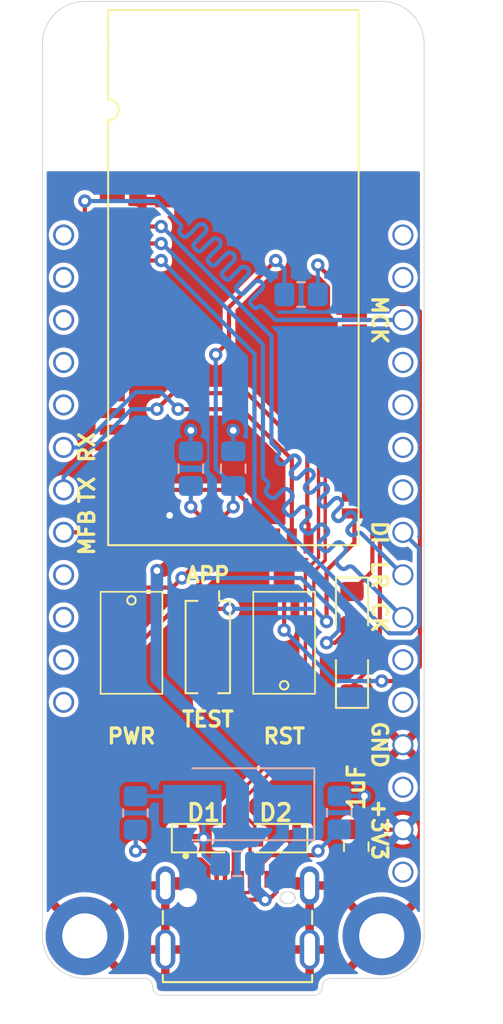
<source format=kicad_pcb>
(kicad_pcb (version 20210424) (generator pcbnew)
  (layers (0 "F.Cu" signal) (31 "B.Cu" signal) (34 "B.Paste" user) (35 "F.Paste" user) (36 "B.SilkS" user "B.Silkscreen") (37 "F.SilkS" user "F.Silkscreen") (38 "B.Mask" user) (39 "F.Mask" user) (44 "Edge.Cuts" user))
  (net 0 "")
  (net 1 "GND")
  (net 2 "Net-(J3-Pad9)")
  (net 3 "USB_P")
  (net 4 "USB_N")
  (net 7 "Net-(J3-Pad3)")
  (net 8 "ADAP_IN")
  (net 10 "LRCK")
  (net 11 "SCK")
  (net 12 "SDI")
  (net 13 "MCK")
  (net 29 "+3V3")
  (net 30 "SYS_PWR")
  (net 31 "VDD_IO")
  (net 32 "MFB")
  (net 35 "RXD")
  (net 36 "TXD")
  (net 37 "P3_4")
  (net 38 "LED1")
  (net 40 "LED2")
  (net 47 "RST_N")
  (net 72 "+3.3VA")
  (footprint "Footprints:RoundPinHeader_1x12" (layer "F.Cu") (at 135.89 111.76)
    (fp_text reference "J1" hide)
    (fp_text value "TOP" hide)
  )
  (footprint "LED_SMD:LED_0805_2012Metric_Pad1.15x1.40mm_HandSolder" (layer "F.Cu") (at 153.162 110.236 90)
    (fp_text reference "D5" hide)
    (fp_text value "LED_Small" hide)
  )
  (footprint "Footprints:JAE_DX07S016JA1R1500" (layer "F.Cu") (at 146.304 123.444)
    (fp_text reference "J3" hide)
    (fp_text value "DX07S016JA1R1500")
    (fp_line (start 3.125 0.315) (end 2.875 0.315) (layer "Edge.Cuts") (width 0.1))
    (fp_line (start 2.875 -0.315) (end 3.125 -0.315) (layer "Edge.Cuts") (width 0.1))
    (fp_arc (start 3.125 0) (end 3.44 0) (angle -90) (layer "Edge.Cuts") (width 0.1))
    (fp_arc (start 2.875 0) (end 2.56 0) (angle -90) (layer "Edge.Cuts") (width 0.1))
    (fp_arc (start 3.125 0) (end 3.125 0.315) (angle -90) (layer "Edge.Cuts") (width 0.1))
    (fp_arc (start 2.875 0) (end 2.875 -0.315) (angle -90) (layer "Edge.Cuts") (width 0.1))
  )
  (footprint "Footprints:BM83SM1-00AA" (layer "F.Cu") (at 138.557 102.366)
    (fp_text reference "U1" hide)
    (fp_text value "BM83SM1-00AA")
  )
  (footprint "Button_Switch_SMD:SW_DIP_SPSTx01_Slide_Copal_CHS-01A_W5.08mm_P1.27mm_JPin" (layer "F.Cu") (at 144.526 108.458 -90)
    (fp_text reference "SW3" hide)
    (fp_text value "SW_DIP_x01" hide)
  )
  (footprint "Diode_SMD:D_SOD-323_HandSoldering" (layer "F.Cu") (at 144.272 119.888)
    (fp_text reference "D1" hide)
    (fp_text value "PESD5V0S1BA" hide)
  )
  (footprint "Footprints:RoundPinHeader_1x16" (layer "F.Cu") (at 156.21 83.82 180)
    (fp_text reference "J2" hide)
    (fp_text value "BOT" hide)
  )
  (footprint "Footprints:PTS636SK25SMTRLFS" (layer "F.Cu") (at 149.098 108.204 90)
    (fp_text reference "SW1" hide)
    (fp_text value "Reset Switch" hide)
  )
  (footprint "MountingHole:MountingHole_2.7mm_M2.5_DIN965_Pad" (layer "F.Cu") (at 137.16 125.73)
    (fp_text reference "REF**" hide)
    (fp_text value "MountingHole_2.7mm_M2.5_DIN965_Pad" hide)
  )
  (footprint "LED_SMD:LED_0805_2012Metric_Pad1.15x1.40mm_HandSolder" (layer "F.Cu") (at 153.162 106.163 -90)
    (fp_text reference "D4" hide)
    (fp_text value "LED_Small" hide)
  )
  (footprint "Capacitor_SMD:C_0805_2012Metric_Pad1.18x1.45mm_HandSolder" (layer "F.Cu") (at 153.416 120.396 -90)
    (fp_text reference "C2" hide)
    (fp_text value "1uF")
  )
  (footprint "MountingHole:MountingHole_2.7mm_M2.5_DIN965" (layer "F.Cu") (at 154.94 72.39)
    (fp_text reference "REF**" hide)
    (fp_text value "MountingHole_2.7mm_M2.5_DIN965" hide)
  )
  (footprint "Diode_SMD:D_SOD-323_HandSoldering" (layer "F.Cu") (at 148.59 119.888 180)
    (fp_text reference "D2" hide)
    (fp_text value "PESD5V0S1BA" hide)
  )
  (footprint "Footprints:PTS636SK25SMTRLFS" (layer "F.Cu") (at 139.954 108.204 -90)
    (fp_text reference "SW2" hide)
    (fp_text value "Power Switch" hide)
  )
  (footprint "MountingHole:MountingHole_2.7mm_M2.5_DIN965" (layer "F.Cu") (at 137.16 72.39)
    (fp_text reference "REF**" hide)
    (fp_text value "MountingHole_2.7mm_M2.5_DIN965" hide)
  )
  (footprint "" (layer "F.Cu") (at 154.94 125.73)
    (fp_text reference "" hide)
    (fp_text value "")
  )
  (footprint "Capacitor_SMD:C_0805_2012Metric_Pad1.18x1.45mm_HandSolder" (layer "B.Cu") (at 146.304 121.412 180)
    (fp_text reference "C1" hide)
    (fp_text value "1uF")
  )
  (footprint "Capacitor_SMD:C_0805_2012Metric_Pad1.18x1.45mm_HandSolder" (layer "B.Cu") (at 143.51 97.79 90)
    (fp_text reference "C4" hide)
    (fp_text value "0.1uF")
  )
  (footprint "Resistor_SMD:R_0805_2012Metric_Pad1.20x1.40mm_HandSolder" (layer "B.Cu") (at 150.114 87.376)
    (fp_text reference "R3" hide)
    (fp_text value "4.7K")
  )
  (footprint "Resistor_SMD:R_0805_2012Metric_Pad1.20x1.40mm_HandSolder" (layer "B.Cu") (at 152.4 118.364 -90)
    (fp_text reference "R1" hide)
    (fp_text value "5.1K")
  )
  (footprint "Capacitor_SMD:C_0805_2012Metric_Pad1.18x1.45mm_HandSolder" (layer "B.Cu") (at 146.05 97.79 90)
    (fp_text reference "C3" hide)
    (fp_text value "0.1uF")
  )
  (footprint "Resistor_SMD:R_0805_2012Metric_Pad1.20x1.40mm_HandSolder" (layer "B.Cu") (at 140.192 118.38 90)
    (fp_text reference "R2" hide)
    (fp_text value "5.1K")
  )
  (footprint "Diode_SMD:D_SMB_Handsoldering" (layer "B.Cu") (at 146.304 117.856 180)
    (fp_text reference "D3" hide)
    (fp_text value "SMBJ10CA")
  )
  (gr_arc (start 141.732 128.778) (end 141.224 128.778) (angle -90) (layer "Edge.Cuts") (width 0.05))
  (gr_line (start 154.94 128.27) (end 151.892 128.27) (layer "Edge.Cuts") (width 0.05))
  (gr_arc (start 140.716 128.778) (end 141.224 128.778) (angle -90) (layer "Edge.Cuts") (width 0.05))
  (gr_line (start 150.876 129.286) (end 141.732 129.286) (layer "Edge.Cuts") (width 0.05))
  (gr_arc (start 154.94 125.73) (end 154.94 128.27) (angle -90) (layer "Edge.Cuts") (width 0.05))
  (gr_arc (start 137.16 72.39) (end 137.16 69.85) (angle -90) (layer "Edge.Cuts") (width 0.05))
  (gr_arc (start 137.16 125.73) (end 134.62 125.73) (angle -90) (layer "Edge.Cuts") (width 0.05))
  (gr_arc (start 150.876 128.778) (end 150.876 129.286) (angle -90) (layer "Edge.Cuts") (width 0.05))
  (gr_arc (start 151.892 128.778) (end 151.892 128.27) (angle -90) (layer "Edge.Cuts") (width 0.05))
  (gr_line (start 137.16 69.85) (end 154.94 69.85) (layer "Edge.Cuts") (width 0.05))
  (gr_arc (start 154.94 72.39) (end 157.48 72.39) (angle -90) (layer "Edge.Cuts") (width 0.05))
  (gr_line (start 140.716 128.27) (end 137.16 128.27) (layer "Edge.Cuts") (width 0.05))
  (gr_line (start 157.48 72.39) (end 157.48 125.73) (layer "Edge.Cuts") (width 0.05))
  (gr_line (start 134.62 125.73) (end 134.62 72.39) (layer "Edge.Cuts") (width 0.05))
  (gr_text "+3V3" (at 154.813 119.38 270) (layer "F.SilkS") (effects (font (size 0.9 0.9) (thickness 0.2))))
  (gr_text "LR" (at 154.813 104.14 270) (layer "F.SilkS") (effects (font (size 0.9 0.9) (thickness 0.2))))
  (gr_text "APP" (at 144.526 104.14) (layer "F.SilkS") (effects (font (size 0.9 0.9) (thickness 0.2))))
  (gr_text "CK" (at 154.813 106.68 270) (layer "F.SilkS") (effects (font (size 0.9 0.9) (thickness 0.2))))
  (gr_text "MCK" (at 154.813 88.9 270) (layer "F.SilkS") (effects (font (size 0.9 0.9) (thickness 0.2))))
  (gr_text "PWR" (at 139.954 113.792) (layer "F.SilkS") (effects (font (size 0.9 0.9) (thickness 0.2))))
  (gr_text "MFB" (at 137.287 101.6 90) (layer "F.SilkS") (effects (font (size 0.9 0.9) (thickness 0.2))))
  (gr_text "RX" (at 137.287 96.52 90) (layer "F.SilkS") (effects (font (size 0.9 0.9) (thickness 0.2))))
  (gr_text "RST" (at 149.098 113.792) (layer "F.SilkS") (effects (font (size 0.9 0.9) (thickness 0.2))))
  (gr_text "TX" (at 137.287 99.06 90) (layer "F.SilkS") (effects (font (size 0.9 0.9) (thickness 0.2))))
  (gr_text "DI" (at 154.813 101.6 270) (layer "F.SilkS") (effects (font (size 0.9 0.9) (thickness 0.2))))
  (gr_text "TEST" (at 144.526 112.776) (layer "F.SilkS") (effects (font (size 0.9 0.9) (thickness 0.2))))
  (gr_text "GND" (at 154.813 114.3 270) (layer "F.SilkS") (effects (font (size 0.9 0.9) (thickness 0.2))))
  (segment (start 144.272 119.888) (end 143.022 119.888) (width 0.25) (layer "F.Cu") (net 1))
  (segment (start 150.249 122.344) (end 150.624 122.719) (width 0.25) (layer "F.Cu") (net 1))
  (segment (start 142.359 122.344) (end 141.984 122.719) (width 0.25) (layer "F.Cu") (net 1))
  (segment (start 143.204 122.344) (end 142.359 122.344) (width 0.25) (layer "F.Cu") (net 1))
  (segment (start 149.404 122.344) (end 150.249 122.344) (width 0.25) (layer "F.Cu") (net 1))
  (via (at 144.272 119.888) (size 0.8) (drill 0.4) (layers "F.Cu" "B.Cu") (net 1))
  (via (at 153.908 117.364) (size 0.8) (drill 0.4) (layers "F.Cu" "B.Cu") (net 1))
  (via (at 143.51 95.504) (size 0.8) (drill 0.4) (layers "F.Cu" "B.Cu") (net 1))
  (via (at 146.05 95.504) (size 0.8) (drill 0.4) (layers "F.Cu" "B.Cu") (net 1))
  (segment (start 146.05 96.7525) (end 146.05 95.504) (width 0.25) (layer "B.Cu") (net 1))
  (segment (start 143.51 96.7525) (end 143.51 96.774) (width 0.25) (layer "B.Cu") (net 1))
  (segment (start 143.128 117.38) (end 143.604 117.856) (width 0.25) (layer "B.Cu") (net 1))
  (segment (start 144.272 119.888) (end 144.272 118.524) (width 0.25) (layer "B.Cu") (net 1))
  (segment (start 144.272 118.524) (end 143.604 117.856) (width 0.25) (layer "B.Cu") (net 1))
  (segment (start 140.192 117.38) (end 143.128 117.38) (width 0.25) (layer "B.Cu") (net 1))
  (segment (start 145.2665 121.412) (end 144.78 121.412) (width 0.25) (layer "B.Cu") (net 1))
  (segment (start 152.4 117.364) (end 153.908 117.364) (width 0.25) (layer "B.Cu") (net 1))
  (segment (start 143.51 96.774) (end 143.51 95.504) (width 0.25) (layer "B.Cu") (net 1))
  (segment (start 144.78 121.412) (end 144.272 120.904) (width 0.25) (layer "B.Cu") (net 1))
  (segment (start 144.272 120.904) (end 144.272 119.888) (width 0.25) (layer "B.Cu") (net 1))
  (segment (start 147.554 121.62488) (end 147.554 122.344) (width 0.25) (layer "F.Cu") (net 2))
  (segment (start 148.27488 120.904) (end 147.554 121.62488) (width 0.25) (layer "F.Cu") (net 2))
  (segment (start 147.554 122.344) (end 147.554 122.408) (width 0.25) (layer "F.Cu") (net 2))
  (segment (start 151.13 120.65) (end 150.876 120.904) (width 0.25) (layer "F.Cu") (net 2))
  (segment (start 150.876 120.904) (end 148.27488 120.904) (width 0.25) (layer "F.Cu") (net 2))
  (via (at 151.13 120.65) (size 0.8) (drill 0.4) (layers "F.Cu" "B.Cu") (net 2))
  (segment (start 152.4 119.38) (end 151.13 120.65) (width 0.25) (layer "B.Cu") (net 2))
  (segment (start 152.4 119.364) (end 152.4 119.38) (width 0.25) (layer "B.Cu") (net 2))
  (segment (start 146.054 120.42) (end 146.054 122.344) (width 0.2) (layer "F.Cu") (net 3))
  (segment (start 145.522 118.0658) (end 145.522 119.888) (width 0.2) (layer "F.Cu") (net 3))
  (segment (start 153.307 94.466) (end 152.71788 94.466) (width 0.2) (layer "F.Cu") (net 3))
  (segment (start 145.522 119.888) (end 146.054 120.42) (width 0.2) (layer "F.Cu") (net 3))
  (segment (start 152.71788 94.466) (end 151.156511 96.027369) (width 0.2) (layer "F.Cu") (net 3))
  (segment (start 150.368 103.89412) (end 150.368 113.2198) (width 0.2) (layer "F.Cu") (net 3))
  (segment (start 150.368 113.2198) (end 145.522 118.0658) (width 0.2) (layer "F.Cu") (net 3))
  (segment (start 151.156511 96.027369) (end 151.156511 103.105609) (width 0.2) (layer "F.Cu") (net 3))
  (segment (start 146.554 122.344) (end 146.054 122.344) (width 0.2) (layer "F.Cu") (net 3))
  (segment (start 151.156511 103.105609) (end 150.368 103.89412) (width 0.2) (layer "F.Cu") (net 3))
  (segment (start 147.054 123.044) (end 146.954489 123.143511) (width 0.2) (layer "F.Cu") (net 4))
  (segment (start 146.656 118.453999) (end 147.34 119.137999) (width 0.2) (layer "F.Cu") (net 4))
  (segment (start 150.876 113.3482) (end 146.656 117.5682) (width 0.2) (layer "F.Cu") (net 4))
  (segment (start 147.054 120.174) (end 147.34 119.888) (width 0.2) (layer "F.Cu") (net 4))
  (segment (start 145.679391 123.143511) (end 145.554 123.01812) (width 0.2) (layer "F.Cu") (net 4))
  (segment (start 147.054 122.344) (end 147.054 123.044) (width 0.2) (layer "F.Cu") (net 4))
  (segment (start 150.876 103.951126) (end 150.876 113.3482) (width 0.2) (layer "F.Cu") (net 4))
  (segment (start 152.438 95.466) (end 151.55603 96.34797) (width 0.2) (layer "F.Cu") (net 4))
  (segment (start 147.34 119.137999) (end 147.34 119.888) (width 0.2) (layer "F.Cu") (net 4))
  (segment (start 146.656 117.5682) (end 146.656 118.453999) (width 0.2) (layer "F.Cu") (net 4))
  (segment (start 151.55603 96.34797) (end 151.55603 103.271096) (width 0.2) (layer "F.Cu") (net 4))
  (segment (start 153.307 95.466) (end 152.438 95.466) (width 0.2) (layer "F.Cu") (net 4))
  (segment (start 145.554 123.01812) (end 145.554 122.344) (width 0.2) (layer "F.Cu") (net 4))
  (segment (start 147.054 122.344) (end 147.054 120.174) (width 0.2) (layer "F.Cu") (net 4))
  (segment (start 151.55603 103.271096) (end 150.876 103.951126) (width 0.2) (layer "F.Cu") (net 4))
  (segment (start 146.954489 123.143511) (end 145.679391 123.143511) (width 0.2) (layer "F.Cu") (net 4))
  (segment (start 144.554 121.594) (end 144.118 121.158) (width 0.25) (layer "F.Cu") (net 7))
  (segment (start 141.986 120.65) (end 140.208 120.65) (width 0.25) (layer "F.Cu") (net 7))
  (segment (start 144.554 122.344) (end 144.554 121.594) (width 0.25) (layer "F.Cu") (net 7))
  (segment (start 142.494 121.158) (end 141.986 120.65) (width 0.25) (layer "F.Cu") (net 7))
  (segment (start 144.118 121.158) (end 142.494 121.158) (width 0.25) (layer "F.Cu") (net 7))
  (via (at 140.208 120.65) (size 0.8) (drill 0.4) (layers "F.Cu" "B.Cu") (net 7))
  (segment (start 140.208 119.396) (end 140.192 119.38) (width 0.25) (layer "B.Cu") (net 7))
  (segment (start 140.208 120.65) (end 140.208 119.396) (width 0.25) (layer "B.Cu") (net 7))
  (segment (start 147.957969 123.568031) (end 144.650031 123.568031) (width 0.25) (layer "F.Cu") (net 8))
  (segment (start 148.654 123.094) (end 148.179969 123.568031) (width 0.25) (layer "F.Cu") (net 8))
  (segment (start 144.650031 123.568031) (end 143.954 122.872) (width 0.25) (layer "F.Cu") (net 8))
  (segment (start 148.179969 123.568031) (end 147.957969 123.568031) (width 0.25) (layer "F.Cu") (net 8))
  (segment (start 148.654 122.344) (end 148.654 123.094) (width 0.25) (layer "F.Cu") (net 8))
  (segment (start 143.954 122.872) (end 143.954 122.344) (width 0.25) (layer "F.Cu") (net 8))
  (segment (start 141.87112 103.886) (end 141.478 103.886) (width 0.75) (layer "F.Cu") (net 8))
  (segment (start 142.557 103.20012) (end 141.87112 103.886) (width 0.75) (layer "F.Cu") (net 8))
  (segment (start 142.557 102.116) (end 142.557 103.20012) (width 0.75) (layer "F.Cu") (net 8))
  (via (at 147.957969 123.568031) (size 0.8) (drill 0.4) (layers "F.Cu" "B.Cu") (net 8))
  (via (at 141.478 103.886) (size 0.8) (drill 0.4) (layers "F.Cu" "B.Cu") (net 8))
  (segment (start 141.478 110.33) (end 149.004 117.856) (width 0.75) (layer "B.Cu") (net 8))
  (segment (start 147.3415 122.951562) (end 147.957969 123.568031) (width 0.75) (layer "B.Cu") (net 8))
  (segment (start 141.478 103.886) (end 141.478 110.33) (width 0.75) (layer "B.Cu") (net 8))
  (segment (start 149.004 119.7495) (end 147.3415 121.412) (width 0.75) (layer "B.Cu") (net 8))
  (segment (start 149.004 117.856) (end 149.004 119.7495) (width 0.75) (layer "B.Cu") (net 8))
  (segment (start 147.3415 121.412) (end 147.3415 122.951562) (width 0.75) (layer "B.Cu") (net 8))
  (segment (start 138.807 82.466) (end 140.124 82.466) (width 0.25) (layer "F.Cu") (net 10))
  (segment (start 140.97 83.312) (end 141.732 83.312) (width 0.25) (layer "F.Cu") (net 10))
  (segment (start 140.124 82.466) (end 140.97 83.312) (width 0.25) (layer "F.Cu") (net 10))
  (via (at 141.732 83.312) (size 0.8) (drill 0.4) (layers "F.Cu" "B.Cu") (net 10))
  (segment (start 148.716998 97.407377) (end 148.716999 97.407377) (width 0.25) (layer "B.Cu") (net 10))
  (segment (start 152.495653 100.045463) (end 152.305558 100.235558) (width 0.25) (layer "B.Cu") (net 10))
  (segment (start 149.569884 98.260263) (end 149.613959 98.304338) (width 0.25) (layer "B.Cu") (net 10))
  (segment (start 150.418411 99.10879) (end 150.41841 99.108789) (width 0.25) (layer "B.Cu") (net 10))
  (segment (start 149.141263 97.451451) (end 149.331358 97.261356) (width 0.25) (layer "B.Cu") (net 10))
  (segment (start 152.539725 100.849916) (end 152.539726 100.849916) (width 0.25) (layer "B.Cu") (net 10))
  (segment (start 150.608506 98.538506) (end 150.41841 98.728601) (width 0.25) (layer "B.Cu") (net 10))
  (segment (start 151.647128 99.196937) (end 151.647127 99.196937) (width 0.25) (layer "B.Cu") (net 10))
  (segment (start 153.300105 100.469726) (end 153.34418 100.513801) (width 0.25) (layer "B.Cu") (net 10))
  (segment (start 153.34418 100.893989) (end 153.344179 100.893989) (width 0.25) (layer "B.Cu") (net 10))
  (segment (start 141.788277 83.312) (end 148.336 89.859723) (width 0.25) (layer "B.Cu") (net 10))
  (segment (start 149.950076 97.499885) (end 149.950075 97.499885) (width 0.25) (layer "B.Cu") (net 10))
  (segment (start 149.994148 98.304338) (end 150.374337 97.924146) (width 0.25) (layer "B.Cu") (net 10))
  (segment (start 150.754527 97.924148) (end 150.798602 97.968223) (width 0.25) (layer "B.Cu") (net 10))
  (segment (start 152.451579 99.6212) (end 152.495654 99.665275) (width 0.25) (layer "B.Cu") (net 10))
  (segment (start 152.539726 100.849916) (end 152.919915 100.469724) (width 0.25) (layer "B.Cu") (net 10))
  (segment (start 152.115463 100.805842) (end 152.115462 100.805841) (width 0.25) (layer "B.Cu") (net 10))
  (segment (start 149.569885 98.260264) (end 149.569884 98.260263) (width 0.25) (layer "B.Cu") (net 10))
  (segment (start 150.798602 98.348411) (end 150.798601 98.348411) (width 0.25) (layer "B.Cu") (net 10))
  (segment (start 149.141262 97.451452) (end 149.141263 97.451452) (width 0.25) (layer "B.Cu") (net 10))
  (segment (start 151.6912 100.00139) (end 152.071389 99.621198) (width 0.25) (layer "B.Cu") (net 10))
  (segment (start 148.336 96.266) (end 148.717 96.647) (width 0.25) (layer "B.Cu") (net 10))
  (segment (start 151.603053 98.772674) (end 151.647128 98.816749) (width 0.25) (layer "B.Cu") (net 10))
  (segment (start 153.388252 101.698442) (end 153.388252 101.698441) (width 0.25) (layer "B.Cu") (net 10))
  (segment (start 148.716999 97.027189) (end 148.717 97.027188) (width 0.25) (layer "B.Cu") (net 10))
  (segment (start 151.603054 98.772675) (end 151.603053 98.772674) (width 0.25) (layer "B.Cu") (net 10))
  (segment (start 151.691199 100.00139) (end 151.6912 100.00139) (width 0.25) (layer "B.Cu") (net 10))
  (segment (start 150.41841 99.108789) (end 150.462485 99.152864) (width 0.25) (layer "B.Cu") (net 10))
  (segment (start 152.963989 101.654368) (end 152.963988 101.654367) (width 0.25) (layer "B.Cu") (net 10))
  (segment (start 148.336 89.859723) (end 148.336 96.266) (width 0.25) (layer "B.Cu") (net 10))
  (segment (start 152.963988 101.654367) (end 153.008063 101.698442) (width 0.25) (layer "B.Cu") (net 10))
  (segment (start 153.154084 101.084084) (end 152.963988 101.274179) (width 0.25) (layer "B.Cu") (net 10))
  (segment (start 149.141263 97.451452) (end 149.141263 97.451451) (width 0.25) (layer "B.Cu") (net 10))
  (segment (start 152.115462 100.805841) (end 152.159537 100.849916) (width 0.25) (layer "B.Cu") (net 10))
  (segment (start 149.994147 98.304338) (end 149.994148 98.304338) (width 0.25) (layer "B.Cu") (net 10))
  (segment (start 151.266937 99.957316) (end 151.266936 99.957315) (width 0.25) (layer "B.Cu") (net 10))
  (segment (start 151.647127 99.196937) (end 151.457032 99.387032) (width 0.25) (layer "B.Cu") (net 10))
  (segment (start 151.457032 99.387032) (end 151.266936 99.577127) (width 0.25) (layer "B.Cu") (net 10))
  (segment (start 149.75998 97.68998) (end 149.569884 97.880075) (width 0.25) (layer "B.Cu") (net 10))
  (segment (start 149.335717 97.265717) (end 149.525811 97.07562) (width 0.25) (layer "B.Cu") (net 10))
  (segment (start 148.716999 97.407377) (end 148.761074 97.451452) (width 0.25) (layer "B.Cu") (net 10))
  (segment (start 151.266936 99.957315) (end 151.311011 100.00139) (width 0.25) (layer "B.Cu") (net 10))
  (segment (start 153.300106 100.469727) (end 153.300105 100.469726) (width 0.25) (layer "B.Cu") (net 10))
  (segment (start 149.906002 97.075623) (end 149.906001 97.075622) (width 0.25) (layer "B.Cu") (net 10))
  (segment (start 150.798601 98.348411) (end 150.608506 98.538506) (width 0.25) (layer "B.Cu") (net 10))
  (segment (start 149.331358 97.261356) (end 149.335717 97.265717) (width 0.25) (layer "B.Cu") (net 10))
  (segment (start 148.717 97.027188) (end 148.716999 97.027188) (width 0.25) (layer "B.Cu") (net 10))
  (segment (start 150.842673 99.152864) (end 150.842674 99.152864) (width 0.25) (layer "B.Cu") (net 10))
  (segment (start 150.754528 97.924149) (end 150.754527 97.924148) (width 0.25) (layer "B.Cu") (net 10))
  (segment (start 150.842674 99.152864) (end 151.222863 98.772672) (width 0.25) (layer "B.Cu") (net 10))
  (segment (start 149.906001 97.075622) (end 149.950076 97.119697) (width 0.25) (layer "B.Cu") (net 10))
  (segment (start 141.732 83.312) (end 141.788277 83.312) (width 0.25) (layer "B.Cu") (net 10))
  (segment (start 153.388251 101.698442) (end 153.388252 101.698442) (width 0.25) (layer "B.Cu") (net 10))
  (segment (start 152.305558 100.235558) (end 152.115462 100.425653) (width 0.25) (layer "B.Cu") (net 10))
  (segment (start 152.45158 99.621201) (end 152.451579 99.6212) (width 0.25) (layer "B.Cu") (net 10))
  (segment (start 149.950075 97.499885) (end 149.75998 97.68998) (width 0.25) (layer "B.Cu") (net 10))
  (segment (start 153.768441 101.69844) (end 153.768441 101.698441) (width 0.25) (layer "B.Cu") (net 10))
  (segment (start 152.495654 100.045463) (end 152.495653 100.045463) (width 0.25) (layer "B.Cu") (net 10))
  (segment (start 153.344179 100.893989) (end 153.154084 101.084084) (width 0.25) (layer "B.Cu") (net 10))
  (segment (start 153.768441 101.698441) (end 156.21 104.14) (width 0.25) (layer "B.Cu") (net 10))
  (arc (start 148.761074 97.451452) (mid 148.951168 97.530192) (end 149.141262 97.451452) (width 0.25) (layer "B.Cu") (net 10))
  (arc (start 149.950076 97.119697) (mid 150.028816 97.309791) (end 149.950076 97.499885) (width 0.25) (layer "B.Cu") (net 10))
  (arc (start 149.569884 97.880075) (mid 149.491145 98.07017) (end 149.569885 98.260264) (width 0.25) (layer "B.Cu") (net 10))
  (arc (start 148.716999 97.027188) (mid 148.638259 97.217282) (end 148.716998 97.407377) (width 0.25) (layer "B.Cu") (net 10))
  (arc (start 153.388252 101.698441) (mid 153.578346 101.619701) (end 153.768441 101.69844) (width 0.25) (layer "B.Cu") (net 10))
  (arc (start 151.311011 100.00139) (mid 151.501105 100.08013) (end 151.691199 100.00139) (width 0.25) (layer "B.Cu") (net 10))
  (arc (start 152.963988 101.274179) (mid 152.885249 101.464274) (end 152.963989 101.654368) (width 0.25) (layer "B.Cu") (net 10))
  (arc (start 150.374337 97.924146) (mid 150.564434 97.845409) (end 150.754528 97.924149) (width 0.25) (layer "B.Cu") (net 10))
  (arc (start 151.222863 98.772672) (mid 151.41296 98.693935) (end 151.603054 98.772675) (width 0.25) (layer "B.Cu") (net 10))
  (arc (start 151.266936 99.577127) (mid 151.188197 99.767222) (end 151.266937 99.957316) (width 0.25) (layer "B.Cu") (net 10))
  (arc (start 150.41841 98.728601) (mid 150.339671 98.918696) (end 150.418411 99.10879) (width 0.25) (layer "B.Cu") (net 10))
  (arc (start 149.613959 98.304338) (mid 149.804053 98.383078) (end 149.994147 98.304338) (width 0.25) (layer "B.Cu") (net 10))
  (arc (start 151.647128 98.816749) (mid 151.725868 99.006843) (end 151.647128 99.196937) (width 0.25) (layer "B.Cu") (net 10))
  (arc (start 152.159537 100.849916) (mid 152.349631 100.928656) (end 152.539725 100.849916) (width 0.25) (layer "B.Cu") (net 10))
  (arc (start 152.071389 99.621198) (mid 152.261486 99.542461) (end 152.45158 99.621201) (width 0.25) (layer "B.Cu") (net 10))
  (arc (start 152.919915 100.469724) (mid 153.110012 100.390987) (end 153.300106 100.469727) (width 0.25) (layer "B.Cu") (net 10))
  (arc (start 149.525811 97.07562) (mid 149.715908 96.996883) (end 149.906002 97.075623) (width 0.25) (layer "B.Cu") (net 10))
  (arc (start 148.717 96.647) (mid 148.795739 96.837095) (end 148.716999 97.027189) (width 0.25) (layer "B.Cu") (net 10))
  (arc (start 150.462485 99.152864) (mid 150.652579 99.231604) (end 150.842673 99.152864) (width 0.25) (layer "B.Cu") (net 10))
  (arc (start 150.798602 97.968223) (mid 150.877342 98.158317) (end 150.798602 98.348411) (width 0.25) (layer "B.Cu") (net 10))
  (arc (start 153.008063 101.698442) (mid 153.198157 101.777182) (end 153.388251 101.698442) (width 0.25) (layer "B.Cu") (net 10))
  (arc (start 152.115462 100.425653) (mid 152.036723 100.615748) (end 152.115463 100.805842) (width 0.25) (layer "B.Cu") (net 10))
  (arc (start 152.495654 99.665275) (mid 152.574394 99.855369) (end 152.495654 100.045463) (width 0.25) (layer "B.Cu") (net 10))
  (arc (start 153.34418 100.513801) (mid 153.42292 100.703895) (end 153.34418 100.893989) (width 0.25) (layer "B.Cu") (net 10))
  (segment (start 138.807 83.466) (end 140.108 83.466) (width 0.25) (layer "F.Cu") (net 11))
  (segment (start 140.108 83.466) (end 140.97 84.328) (width 0.25) (layer "F.Cu") (net 11))
  (segment (start 140.97 84.328) (end 141.732 84.328) (width 0.25) (layer "F.Cu") (net 11))
  (via (at 141.732 84.328) (size 0.8) (drill 0.4) (layers "F.Cu" "B.Cu") (net 11))
  (segment (start 149.530214 99.614013) (end 149.144011 100.000212) (width 0.25) (layer "B.Cu") (net 11))
  (segment (start 151.795656 102.651858) (end 151.795657 102.651858) (width 0.25) (layer "B.Cu") (net 11))
  (segment (start 153.242515 103.712515) (end 153.242516 103.712515) (width 0.25) (layer "B.Cu") (net 11))
  (segment (start 152.712188 102.795987) (end 152.325985 103.182186) (width 0.25) (layer "B.Cu") (net 11))
  (segment (start 150.204668 101.447071) (end 150.204669 101.447071) (width 0.25) (layer "B.Cu") (net 11))
  (segment (start 152.856314 103.712516) (end 152.856315 103.712516) (width 0.25) (layer "B.Cu") (net 11))
  (segment (start 149.386084 99.083682) (end 149.530213 99.227811) (width 0.25) (layer "B.Cu") (net 11))
  (segment (start 148.081999 98.938201) (end 148.082 98.9382) (width 0.25) (layer "B.Cu") (net 11))
  (segment (start 150.590872 100.674671) (end 150.204669 101.06087) (width 0.25) (layer "B.Cu") (net 11))
  (segment (start 150.446743 100.14434) (end 150.446742 100.14434) (width 0.25) (layer "B.Cu") (net 11))
  (segment (start 150.204669 101.447071) (end 150.348798 101.5912) (width 0.25) (layer "B.Cu") (net 11))
  (segment (start 150.734999 101.5912) (end 151.121198 101.204997) (width 0.25) (layer "B.Cu") (net 11))
  (segment (start 149.530213 99.614011) (end 149.530214 99.614013) (width 0.25) (layer "B.Cu") (net 11))
  (segment (start 148.082 98.9382) (end 148.081999 98.9382) (width 0.25) (layer "B.Cu") (net 11))
  (segment (start 152.325984 103.568387) (end 152.325985 103.568387) (width 0.25) (layer "B.Cu") (net 11))
  (segment (start 148.081999 99.3244) (end 148.081999 99.324401) (width 0.25) (layer "B.Cu") (net 11))
  (segment (start 148.081999 99.324401) (end 148.226128 99.46853) (width 0.25) (layer "B.Cu") (net 11))
  (segment (start 151.65153 101.735329) (end 151.265327 102.121528) (width 0.25) (layer "B.Cu") (net 11))
  (segment (start 152.856315 103.712516) (end 152.856315 103.712515) (width 0.25) (layer "B.Cu") (net 11))
  (segment (start 153.242516 103.712515) (end 156.21 106.68) (width 0.25) (layer "B.Cu") (net 11))
  (segment (start 150.734998 101.5912) (end 150.734999 101.5912) (width 0.25) (layer "B.Cu") (net 11))
  (segment (start 151.265327 102.507729) (end 151.409456 102.651858) (width 0.25) (layer "B.Cu") (net 11))
  (segment (start 148.806783 99.276783) (end 148.999882 99.083681) (width 0.25) (layer "B.Cu") (net 11))
  (segment (start 149.67434 100.530542) (end 149.674341 100.530542) (width 0.25) (layer "B.Cu") (net 11))
  (segment (start 152.325985 103.568387) (end 152.470114 103.712516) (width 0.25) (layer "B.Cu") (net 11))
  (segment (start 141.732 84.328) (end 141.788277 84.328) (width 0.25) (layer "B.Cu") (net 11))
  (segment (start 148.612329 99.468529) (end 148.805429 99.275429) (width 0.25) (layer "B.Cu") (net 11))
  (segment (start 148.612329 99.46853) (end 148.612329 99.468529) (width 0.25) (layer "B.Cu") (net 11))
  (segment (start 149.386085 99.083682) (end 149.386084 99.083682) (width 0.25) (layer "B.Cu") (net 11))
  (segment (start 147.828 98.298) (end 148.082 98.552) (width 0.25) (layer "B.Cu") (net 11))
  (segment (start 141.788277 84.328) (end 147.828 90.367723) (width 0.25) (layer "B.Cu") (net 11))
  (segment (start 148.805429 99.275429) (end 148.806783 99.276783) (width 0.25) (layer "B.Cu") (net 11))
  (segment (start 149.14401 100.386413) (end 149.144011 100.386413) (width 0.25) (layer "B.Cu") (net 11))
  (segment (start 152.568059 102.265656) (end 152.568058 102.265656) (width 0.25) (layer "B.Cu") (net 11))
  (segment (start 150.590871 100.674669) (end 150.590872 100.674671) (width 0.25) (layer "B.Cu") (net 11))
  (segment (start 151.795657 102.651858) (end 152.181856 102.265655) (width 0.25) (layer "B.Cu") (net 11))
  (segment (start 152.568058 102.265656) (end 152.712187 102.409785) (width 0.25) (layer "B.Cu") (net 11))
  (segment (start 151.651529 101.735327) (end 151.65153 101.735329) (width 0.25) (layer "B.Cu") (net 11))
  (segment (start 148.612328 99.46853) (end 148.612329 99.46853) (width 0.25) (layer "B.Cu") (net 11))
  (segment (start 151.265326 102.507729) (end 151.265327 102.507729) (width 0.25) (layer "B.Cu") (net 11))
  (segment (start 149.144011 100.386413) (end 149.28814 100.530542) (width 0.25) (layer "B.Cu") (net 11))
  (segment (start 150.446742 100.14434) (end 150.590871 100.288469) (width 0.25) (layer "B.Cu") (net 11))
  (segment (start 151.507401 101.204998) (end 151.5074 101.204998) (width 0.25) (layer "B.Cu") (net 11))
  (segment (start 147.828 90.367723) (end 147.828 98.298) (width 0.25) (layer "B.Cu") (net 11))
  (segment (start 149.674341 100.530542) (end 150.06054 100.144339) (width 0.25) (layer "B.Cu") (net 11))
  (segment (start 152.712187 102.795985) (end 152.712188 102.795987) (width 0.25) (layer "B.Cu") (net 11))
  (segment (start 151.5074 101.204998) (end 151.651529 101.349127) (width 0.25) (layer "B.Cu") (net 11))
  (arc (start 152.470114 103.712516) (mid 152.663214 103.792501) (end 152.856314 103.712516) (width 0.25) (layer "B.Cu") (net 11))
  (arc (start 150.204669 101.06087) (mid 150.124684 101.25397) (end 150.204668 101.447071) (width 0.25) (layer "B.Cu") (net 11))
  (arc (start 148.082 98.552) (mid 148.161984 98.745101) (end 148.081999 98.938201) (width 0.25) (layer "B.Cu") (net 11))
  (arc (start 148.081999 98.9382) (mid 148.002014 99.1313) (end 148.081999 99.3244) (width 0.25) (layer "B.Cu") (net 11))
  (arc (start 150.06054 100.144339) (mid 150.253641 100.064355) (end 150.446743 100.14434) (width 0.25) (layer "B.Cu") (net 11))
  (arc (start 151.121198 101.204997) (mid 151.314299 101.125013) (end 151.507401 101.204998) (width 0.25) (layer "B.Cu") (net 11))
  (arc (start 149.28814 100.530542) (mid 149.48124 100.610527) (end 149.67434 100.530542) (width 0.25) (layer "B.Cu") (net 11))
  (arc (start 152.181856 102.265655) (mid 152.374957 102.185671) (end 152.568059 102.265656) (width 0.25) (layer "B.Cu") (net 11))
  (arc (start 148.226128 99.46853) (mid 148.419228 99.548515) (end 148.612328 99.46853) (width 0.25) (layer "B.Cu") (net 11))
  (arc (start 152.856315 103.712515) (mid 153.049415 103.63253) (end 153.242515 103.712515) (width 0.25) (layer "B.Cu") (net 11))
  (arc (start 150.590871 100.288469) (mid 150.670857 100.48157) (end 150.590871 100.674669) (width 0.25) (layer "B.Cu") (net 11))
  (arc (start 149.144011 100.000212) (mid 149.064026 100.193312) (end 149.14401 100.386413) (width 0.25) (layer "B.Cu") (net 11))
  (arc (start 148.999882 99.083681) (mid 149.192983 99.003697) (end 149.386085 99.083682) (width 0.25) (layer "B.Cu") (net 11))
  (arc (start 151.409456 102.651858) (mid 151.602556 102.731843) (end 151.795656 102.651858) (width 0.25) (layer "B.Cu") (net 11))
  (arc (start 152.712187 102.409785) (mid 152.792173 102.602886) (end 152.712187 102.795985) (width 0.25) (layer "B.Cu") (net 11))
  (arc (start 151.265327 102.121528) (mid 151.185342 102.314628) (end 151.265326 102.507729) (width 0.25) (layer "B.Cu") (net 11))
  (arc (start 152.325985 103.182186) (mid 152.246 103.375286) (end 152.325984 103.568387) (width 0.25) (layer "B.Cu") (net 11))
  (arc (start 150.348798 101.5912) (mid 150.541898 101.671185) (end 150.734998 101.5912) (width 0.25) (layer "B.Cu") (net 11))
  (arc (start 149.530213 99.227811) (mid 149.610199 99.420912) (end 149.530213 99.614011) (width 0.25) (layer "B.Cu") (net 11))
  (arc (start 151.651529 101.349127) (mid 151.731515 101.542228) (end 151.651529 101.735327) (width 0.25) (layer "B.Cu") (net 11))
  (segment (start 138.807 84.466) (end 140.092 84.466) (width 0.25) (layer "F.Cu") (net 12))
  (segment (start 140.97 85.344) (end 141.732 85.344) (width 0.25) (layer "F.Cu") (net 12))
  (segment (start 140.092 84.466) (end 140.97 85.344) (width 0.25) (layer "F.Cu") (net 12))
  (via (at 141.732 85.344) (size 0.8) (drill 0.4) (layers "F.Cu" "B.Cu") (net 12))
  (segment (start 157.169511 107.140566) (end 156.670566 107.639511) (width 0.25) (layer "B.Cu") (net 12))
  (segment (start 147.32 90.932) (end 141.732 85.344) (width 0.25) (layer "B.Cu") (net 12))
  (segment (start 155.391511 107.639511) (end 147.32 99.568) (width 0.25) (layer "B.Cu") (net 12))
  (segment (start 147.32 99.568) (end 147.32 90.932) (width 0.25) (layer "B.Cu") (net 12))
  (segment (start 157.169511 102.559511) (end 157.169511 107.140566) (width 0.25) (layer "B.Cu") (net 12))
  (segment (start 156.21 101.6) (end 157.169511 102.559511) (width 0.25) (layer "B.Cu") (net 12))
  (segment (start 156.670566 107.639511) (end 155.391511 107.639511) (width 0.25) (layer "B.Cu") (net 12))
  (segment (start 137.807 85.466) (end 137.16 84.819) (width 0.25) (layer "F.Cu") (net 13))
  (segment (start 138.807 85.466) (end 137.807 85.466) (width 0.25) (layer "F.Cu") (net 13))
  (segment (start 137.16 84.819) (end 137.16 81.788) (width 0.25) (layer "F.Cu") (net 13))
  (via (at 137.16 81.788) (size 0.8) (drill 0.4) (layers "F.Cu" "B.Cu") (net 13))
  (segment (start 144.998408 85.587065) (end 144.998407 85.587066) (width 0.25) (layer "B.Cu") (net 13))
  (segment (start 137.16 81.788) (end 141.478 81.788) (width 0.25) (layer "B.Cu") (net 13))
  (segment (start 143.440684 83.750684) (end 143.931473 83.259892) (width 0.25) (layer "B.Cu") (net 13))
  (segment (start 147.749842 87.078263) (end 147.749843 87.078262) (width 0.25) (layer "B.Cu") (net 13))
  (segment (start 143.725617 84.592934) (end 143.871223 84.73854) (width 0.25) (layer "B.Cu") (net 13))
  (segment (start 145.846933 86.435592) (end 146.477051 85.80547) (width 0.25) (layer "B.Cu") (net 13))
  (segment (start 146.901316 86.229737) (end 146.901317 86.229736) (width 0.25) (layer "B.Cu") (net 13))
  (segment (start 141.478 81.788) (end 142.875 83.185) (width 0.25) (layer "B.Cu") (net 13))
  (segment (start 144.355739 83.684158) (end 143.725617 84.314276) (width 0.25) (layer "B.Cu") (net 13))
  (segment (start 143.725618 84.592935) (end 143.725617 84.592934) (width 0.25) (layer "B.Cu") (net 13))
  (segment (start 147.822643 88.132644) (end 148.59 88.9) (width 0.25) (layer "B.Cu") (net 13))
  (segment (start 143.299265 83.887921) (end 143.299264 83.887922) (width 0.25) (layer "B.Cu") (net 13))
  (segment (start 144.149881 84.73854) (end 144.779999 84.108418) (width 0.25) (layer "B.Cu") (net 13))
  (segment (start 143.438593 83.748592) (end 143.440684 83.750684) (width 0.25) (layer "B.Cu") (net 13))
  (segment (start 144.149882 84.738539) (end 144.149881 84.73854) (width 0.25) (layer "B.Cu") (net 13))
  (segment (start 147.119722 87.987039) (end 147.119721 87.987038) (width 0.25) (layer "B.Cu") (net 13))
  (segment (start 144.574143 85.44146) (end 144.719749 85.587066) (width 0.25) (layer "B.Cu") (net 13))
  (segment (start 146.695459 87.284118) (end 147.325577 86.653996) (width 0.25) (layer "B.Cu") (net 13))
  (segment (start 145.846934 86.435591) (end 145.846933 86.435592) (width 0.25) (layer "B.Cu") (net 13))
  (segment (start 147.749843 87.078262) (end 147.119721 87.70838) (width 0.25) (layer "B.Cu") (net 13))
  (segment (start 144.355738 83.684159) (end 144.355739 83.684158) (width 0.25) (layer "B.Cu") (net 13))
  (segment (start 144.998407 85.587066) (end 145.628525 84.956944) (width 0.25) (layer "B.Cu") (net 13))
  (segment (start 145.204265 84.532684) (end 144.574143 85.162802) (width 0.25) (layer "B.Cu") (net 13))
  (segment (start 143.299264 83.887922) (end 143.438593 83.748592) (width 0.25) (layer "B.Cu") (net 13))
  (segment (start 142.874999 83.463659) (end 142.875 83.463658) (width 0.25) (layer "B.Cu") (net 13))
  (segment (start 144.574144 85.441461) (end 144.574143 85.44146) (width 0.25) (layer "B.Cu") (net 13))
  (segment (start 146.69546 87.284117) (end 146.695459 87.284118) (width 0.25) (layer "B.Cu") (net 13))
  (segment (start 145.204264 84.532685) (end 145.204265 84.532684) (width 0.25) (layer "B.Cu") (net 13))
  (segment (start 148.59 88.9) (end 156.21 88.9) (width 0.25) (layer "B.Cu") (net 13))
  (segment (start 142.875 83.742316) (end 143.020606 83.887922) (width 0.25) (layer "B.Cu") (net 13))
  (segment (start 146.271196 87.138513) (end 146.271195 87.138512) (width 0.25) (layer "B.Cu") (net 13))
  (segment (start 145.42267 86.289987) (end 145.422669 86.289986) (width 0.25) (layer "B.Cu") (net 13))
  (segment (start 147.119721 87.987038) (end 147.265327 88.132644) (width 0.25) (layer "B.Cu") (net 13))
  (segment (start 147.543986 88.132643) (end 147.543985 88.132644) (width 0.25) (layer "B.Cu") (net 13))
  (segment (start 146.052791 85.38121) (end 145.422669 86.011328) (width 0.25) (layer "B.Cu") (net 13))
  (segment (start 145.422669 86.289986) (end 145.568275 86.435592) (width 0.25) (layer "B.Cu") (net 13))
  (segment (start 146.271195 87.138512) (end 146.416801 87.284118) (width 0.25) (layer "B.Cu") (net 13))
  (segment (start 146.901317 86.229736) (end 146.271195 86.859854) (width 0.25) (layer "B.Cu") (net 13))
  (segment (start 146.05279 85.381211) (end 146.052791 85.38121) (width 0.25) (layer "B.Cu") (net 13))
  (arc (start 143.725617 84.314276) (mid 143.667905 84.453606) (end 143.725618 84.592935) (width 0.25) (layer "B.Cu") (net 13))
  (arc (start 144.779999 84.108418) (mid 144.992133 84.020552) (end 145.204265 84.10842) (width 0.25) (layer "B.Cu") (net 13))
  (arc (start 143.020606 83.887922) (mid 143.159936 83.945634) (end 143.299265 83.887921) (width 0.25) (layer "B.Cu") (net 13))
  (arc (start 146.052791 84.956946) (mid 146.140658 85.169078) (end 146.05279 85.381211) (width 0.25) (layer "B.Cu") (net 13))
  (arc (start 142.875 83.463658) (mid 142.817288 83.602987) (end 142.875 83.742316) (width 0.25) (layer "B.Cu") (net 13))
  (arc (start 143.931473 83.259892) (mid 144.143607 83.172026) (end 144.355739 83.259894) (width 0.25) (layer "B.Cu") (net 13))
  (arc (start 145.204265 84.10842) (mid 145.292132 84.320552) (end 145.204264 84.532685) (width 0.25) (layer "B.Cu") (net 13))
  (arc (start 146.477051 85.80547) (mid 146.689185 85.717604) (end 146.901317 85.805472) (width 0.25) (layer "B.Cu") (net 13))
  (arc (start 146.271195 86.859854) (mid 146.213483 86.999184) (end 146.271196 87.138513) (width 0.25) (layer "B.Cu") (net 13))
  (arc (start 147.265327 88.132644) (mid 147.404657 88.190356) (end 147.543986 88.132643) (width 0.25) (layer "B.Cu") (net 13))
  (arc (start 146.901317 85.805472) (mid 146.989184 86.017604) (end 146.901316 86.229737) (width 0.25) (layer "B.Cu") (net 13))
  (arc (start 147.325577 86.653996) (mid 147.537711 86.56613) (end 147.749843 86.653998) (width 0.25) (layer "B.Cu") (net 13))
  (arc (start 142.875 83.185) (mid 142.932712 83.32433) (end 142.874999 83.463659) (width 0.25) (layer "B.Cu") (net 13))
  (arc (start 147.749843 86.653998) (mid 147.83771 86.86613) (end 147.749842 87.078263) (width 0.25) (layer "B.Cu") (net 13))
  (arc (start 144.574143 85.162802) (mid 144.516431 85.302132) (end 144.574144 85.441461) (width 0.25) (layer "B.Cu") (net 13))
  (arc (start 145.422669 86.011328) (mid 145.364957 86.150658) (end 145.42267 86.289987) (width 0.25) (layer "B.Cu") (net 13))
  (arc (start 147.543985 88.132644) (mid 147.683314 88.074932) (end 147.822643 88.132644) (width 0.25) (layer "B.Cu") (net 13))
  (arc (start 145.628525 84.956944) (mid 145.840659 84.869078) (end 146.052791 84.956946) (width 0.25) (layer "B.Cu") (net 13))
  (arc (start 147.119721 87.70838) (mid 147.062009 87.84771) (end 147.119722 87.987039) (width 0.25) (layer "B.Cu") (net 13))
  (arc (start 145.568275 86.435592) (mid 145.707605 86.493304) (end 145.846934 86.435591) (width 0.25) (layer "B.Cu") (net 13))
  (arc (start 143.871223 84.73854) (mid 144.010553 84.796252) (end 144.149882 84.738539) (width 0.25) (layer "B.Cu") (net 13))
  (arc (start 144.355739 83.259894) (mid 144.443606 83.472026) (end 144.355738 83.684159) (width 0.25) (layer "B.Cu") (net 13))
  (arc (start 144.719749 85.587066) (mid 144.859079 85.644778) (end 144.998408 85.587065) (width 0.25) (layer "B.Cu") (net 13))
  (arc (start 146.416801 87.284118) (mid 146.556131 87.34183) (end 146.69546 87.284117) (width 0.25) (layer "B.Cu") (net 13))
  (segment (start 143.557 101.393) (end 142.748 100.584) (width 0.25) (layer "F.Cu") (net 29))
  (segment (start 142.748 100.584) (end 142.24 100.584) (width 0.25) (layer "F.Cu") (net 29))
  (segment (start 156.21 119.38) (end 153.4375 119.38) (width 0.25) (layer "F.Cu") (net 29))
  (segment (start 143.557 102.116) (end 143.557 101.393) (width 0.25) (layer "F.Cu") (net 29))
  (segment (start 153.4375 119.38) (end 153.416 119.3585) (width 0.25) (layer "F.Cu") (net 29))
  (via (at 142.24 100.584) (size 0.8) (drill 0.4) (layers "F.Cu" "B.Cu") (net 29))
  (segment (start 153.162 109.22) (end 153.162 107.188) (width 0.25) (layer "F.Cu") (net 30))
  (segment (start 139.954 104.329) (end 140.527 104.902) (width 0.25) (layer "F.Cu") (net 30))
  (segment (start 144.557 101.123) (end 143.51 100.076) (width 0.25) (layer "F.Cu") (net 30))
  (segment (start 140.527 104.902) (end 142.40512 104.902) (width 0.25) (layer "F.Cu") (net 30))
  (segment (start 142.40512 104.902) (end 142.97812 104.329) (width 0.25) (layer "F.Cu") (net 30))
  (segment (start 152.146 108.204) (end 151.638 108.204) (width 0.25) (layer "F.Cu") (net 30))
  (segment (start 144.557 102.116) (end 144.557 101.123) (width 0.25) (layer "F.Cu") (net 30))
  (segment (start 142.97812 104.329) (end 144.557 102.75012) (width 0.25) (layer "F.Cu") (net 30))
  (segment (start 144.557 102.75012) (end 144.557 102.116) (width 0.25) (layer "F.Cu") (net 30))
  (segment (start 153.162 107.188) (end 152.146 108.204) (width 0.25) (layer "F.Cu") (net 30))
  (segment (start 153.162 109.211) (end 153.162 107.188) (width 0.25) (layer "F.Cu") (net 30))
  (via (at 151.638 108.204) (size 0.8) (drill 0.4) (layers "F.Cu" "B.Cu") (net 30))
  (via (at 142.97812 104.329) (size 0.8) (drill 0.4) (layers "F.Cu" "B.Cu") (net 30))
  (via (at 143.51 100.076) (size 0.8) (drill 0.4) (layers "F.Cu" "B.Cu") (net 30))
  (segment (start 152.362511 106.586234) (end 152.362511 107.479489) (width 0.25) (layer "B.Cu") (net 30))
  (segment (start 150.105277 104.329) (end 152.362511 106.586234) (width 0.25) (layer "B.Cu") (net 30))
  (segment (start 142.97812 104.329) (end 150.105277 104.329) (width 0.25) (layer "B.Cu") (net 30))
  (segment (start 152.362511 107.479489) (end 151.638 108.204) (width 0.25) (layer "B.Cu") (net 30))
  (segment (start 150.105277 104.329) (end 150.170277 104.394) (width 0.25) (layer "B.Cu") (net 30))
  (segment (start 143.51 100.076) (end 143.51 98.8275) (width 0.25) (layer "B.Cu") (net 30))
  (segment (start 148.59 85.344) (end 145.796 88.138) (width 0.25) (layer "F.Cu") (net 31))
  (segment (start 145.557 102.116) (end 145.557 100.569) (width 0.25) (layer "F.Cu") (net 31))
  (segment (start 145.796 88.138) (end 145.796 90.17) (width 0.25) (layer "F.Cu") (net 31))
  (segment (start 145.557 100.569) (end 146.05 100.076) (width 0.25) (layer "F.Cu") (net 31))
  (segment (start 145.796 90.17) (end 145.00048 90.96552) (width 0.25) (layer "F.Cu") (net 31))
  (via (at 145.00048 90.96552) (size 0.8) (drill 0.4) (layers "F.Cu" "B.Cu") (net 31))
  (via (at 146.05 100.076) (size 0.8) (drill 0.4) (layers "F.Cu" "B.Cu") (net 31))
  (via (at 148.59 85.344) (size 0.8) (drill 0.4) (layers "F.Cu" "B.Cu") (net 31))
  (segment (start 146.05 100.076) (end 146.05 98.8275) (width 0.25) (layer "B.Cu") (net 31))
  (segment (start 145.00048 97.77798) (end 145.00048 90.96552) (width 0.25) (layer "B.Cu") (net 31))
  (segment (start 149.114 85.868) (end 149.114 87.376) (width 0.25) (layer "B.Cu") (net 31))
  (segment (start 148.59 85.344) (end 149.114 85.868) (width 0.25) (layer "B.Cu") (net 31))
  (segment (start 146.05 98.8275) (end 145.00048 97.77798) (width 0.25) (layer "B.Cu") (net 31))
  (segment (start 135.89 101.6) (end 139.954 101.6) (width 0.25) (layer "F.Cu") (net 32))
  (segment (start 146.557 102.871) (end 146.05 103.378) (width 0.25) (layer "F.Cu") (net 32))
  (segment (start 146.774511 101.898489) (end 146.557 102.116) (width 0.25) (layer "F.Cu") (net 32))
  (segment (start 142.494 99.06) (end 146.106277 99.06) (width 0.25) (layer "F.Cu") (net 32))
  (segment (start 146.774511 99.728234) (end 146.774511 101.898489) (width 0.25) (layer "F.Cu") (net 32))
  (segment (start 139.954 108.72588) (end 139.954 112.079) (width 0.25) (layer "F.Cu") (net 32))
  (segment (start 139.954 101.6) (end 142.494 99.06) (width 0.25) (layer "F.Cu") (net 32))
  (segment (start 145.30188 103.378) (end 139.954 108.72588) (width 0.25) (layer "F.Cu") (net 32))
  (segment (start 146.05 103.378) (end 145.30188 103.378) (width 0.25) (layer "F.Cu") (net 32))
  (segment (start 146.557 102.116) (end 146.557 102.871) (width 0.25) (layer "F.Cu") (net 32))
  (segment (start 146.106277 99.06) (end 146.774511 99.728234) (width 0.25) (layer "F.Cu") (net 32))
  (segment (start 149.557 97.233) (end 146.558 94.234) (width 0.25) (layer "F.Cu") (net 35))
  (segment (start 146.558 94.234) (end 142.748 94.234) (width 0.25) (layer "F.Cu") (net 35))
  (segment (start 149.557 102.116) (end 149.557 97.233) (width 0.25) (layer "F.Cu") (net 35))
  (via (at 142.748 94.234) (size 0.8) (drill 0.4) (layers "F.Cu" "B.Cu") (net 35))
  (segment (start 141.732 93.218) (end 140.208 93.218) (width 0.25) (layer "B.Cu") (net 35))
  (segment (start 136.906 96.52) (end 135.89 96.52) (width 0.25) (layer "B.Cu") (net 35))
  (segment (start 142.748 94.234) (end 141.732 93.218) (width 0.25) (layer "B.Cu") (net 35))
  (segment (start 140.208 93.218) (end 136.906 96.52) (width 0.25) (layer "B.Cu") (net 35))
  (segment (start 141.478 94.234) (end 142.43552 93.27648) (width 0.25) (layer "F.Cu") (net 36))
  (segment (start 142.43552 93.27648) (end 146.87048 93.27648) (width 0.25) (layer "F.Cu") (net 36))
  (segment (start 150.482489 96.888489) (end 150.482489 101.041489) (width 0.25) (layer "F.Cu") (net 36))
  (segment (start 150.482489 101.041489) (end 150.557 101.116) (width 0.25) (layer "F.Cu") (net 36))
  (segment (start 146.87048 93.27648) (end 150.482489 96.888489) (width 0.25) (layer "F.Cu") (net 36))
  (segment (start 150.557 101.116) (end 150.557 102.116) (width 0.25) (layer "F.Cu") (net 36))
  (via (at 141.478 94.234) (size 0.8) (drill 0.4) (layers "F.Cu" "B.Cu") (net 36))
  (segment (start 135.89 98.298) (end 135.89 99.06) (width 0.25) (layer "B.Cu") (net 36))
  (segment (start 139.954 94.234) (end 135.89 98.298) (width 0.25) (layer "B.Cu") (net 36))
  (segment (start 141.478 94.234) (end 139.954 94.234) (width 0.25) (layer "B.Cu") (net 36))
  (segment (start 151.638 103.886) (end 153.307 102.217) (width 0.25) (layer "F.Cu") (net 37))
  (segment (start 151.638 106.934) (end 151.638 103.886) (width 0.25) (layer "F.Cu") (net 37))
  (segment (start 144.78 106.172) (end 144.526 105.918) (width 0.25) (layer "F.Cu") (net 37))
  (segment (start 145.796 106.172) (end 144.78 106.172) (width 0.25) (layer "F.Cu") (net 37))
  (segment (start 153.307 102.217) (end 153.307 100.466) (width 0.25) (layer "F.Cu") (net 37))
  (via (at 151.638 106.934) (size 0.8) (drill 0.4) (layers "F.Cu" "B.Cu") (net 37))
  (via (at 145.796 106.172) (size 0.8) (drill 0.4) (layers "F.Cu" "B.Cu") (net 37))
  (segment (start 145.796 106.172) (end 150.876 106.172) (width 0.25) (layer "B.Cu") (net 37))
  (segment (start 150.876 106.172) (end 151.638 106.934) (width 0.25) (layer "B.Cu") (net 37))
  (segment (start 154.381511 103.918489) (end 154.381511 99.517511) (width 0.25) (layer "F.Cu") (net 38))
  (segment (start 154.381511 99.517511) (end 154.33 99.466) (width 0.25) (layer "F.Cu") (net 38))
  (segment (start 153.162 105.138) (end 154.381511 103.918489) (width 0.25) (layer "F.Cu") (net 38))
  (segment (start 154.33 99.466) (end 153.307 99.466) (width 0.25) (layer "F.Cu") (net 38))
  (segment (start 153.162 110.805566) (end 154.831031 109.136535) (width 0.25) (layer "F.Cu") (net 40))
  (segment (start 154.307 97.466) (end 153.307 97.466) (width 0.25) (layer "F.Cu") (net 40))
  (segment (start 153.162 111.261) (end 153.162 110.805566) (width 0.25) (layer "F.Cu") (net 40))
  (segment (start 154.831031 109.136535) (end 154.831031 97.990031) (width 0.25) (layer "F.Cu") (net 40))
  (segment (start 154.831031 97.990031) (end 154.307 97.466) (width 0.25) (layer "F.Cu") (net 40))
  (segment (start 156.360077 110.49) (end 157.226 109.624077) (width 0.25) (layer "F.Cu") (net 47))
  (segment (start 152.232489 88.391489) (end 152.232489 86.732489) (width 0.25) (layer "F.Cu") (net 47))
  (segment (start 154.94 110.49) (end 156.360077 110.49) (width 0.25) (layer "F.Cu") (net 47))
  (segment (start 157.226 88.392) (end 156.774489 87.940489) (width 0.25) (layer "F.Cu") (net 47))
  (segment (start 149.098 104.329) (end 149.098 107.442) (width 0.25) (layer "F.Cu") (net 47))
  (segment (start 152.307 88.466) (end 152.232489 88.391489) (width 0.25) (layer "F.Cu") (net 47))
  (segment (start 156.774489 87.940489) (end 154.466631 87.940489) (width 0.25) (layer "F.Cu") (net 47))
  (segment (start 157.226 109.624077) (end 157.226 88.392) (width 0.25) (layer "F.Cu") (net 47))
  (segment (start 153.307 88.466) (end 152.307 88.466) (width 0.25) (layer "F.Cu") (net 47))
  (segment (start 152.232489 86.732489) (end 151.114 85.614) (width 0.25) (layer "F.Cu") (net 47))
  (segment (start 154.466631 87.940489) (end 153.94112 88.466) (width 0.25) (layer "F.Cu") (net 47))
  (segment (start 153.94112 88.466) (end 153.307 88.466) (width 0.25) (layer "F.Cu") (net 47))
  (via (at 154.94 110.49) (size 0.8) (drill 0.4) (layers "F.Cu" "B.Cu") (net 47))
  (via (at 149.098 107.442) (size 0.8) (drill 0.4) (layers "F.Cu" "B.Cu") (net 47))
  (via (at 151.114 85.614) (size 0.8) (drill 0.4) (layers "F.Cu" "B.Cu") (net 47))
  (segment (start 149.098 107.442) (end 152.146 110.49) (width 0.25) (layer "B.Cu") (net 47))
  (segment (start 151.114 87.376) (end 151.114 85.614) (width 0.25) (layer "B.Cu") (net 47))
  (segment (start 152.146 110.49) (end 154.94 110.49) (width 0.25) (layer "B.Cu") (net 47))
  (zone (net 1) (net_name "GND") (layer "F.Cu") (connect_pads (clearance 0.254)) (min_thickness 0.127) (fill yes (thermal_gap 0.508) (thermal_bridge_width 0.508))
    (polygon (pts (xy 160.02 129.54) (xy 132.08 129.54) (xy 132.08 80.01) (xy 160.02 80.01)))
  )
  (zone (net 29) (net_name "+3V3") (layer "B.Cu") (connect_pads (clearance 0.254)) (min_thickness 0.127) (fill yes (thermal_gap 0.508) (thermal_bridge_width 0.508))
    (polygon (pts (xy 160.02 129.54) (xy 132.08 129.54) (xy 132.08 80.01) (xy 160.02 80.01)))
  )
)
</source>
